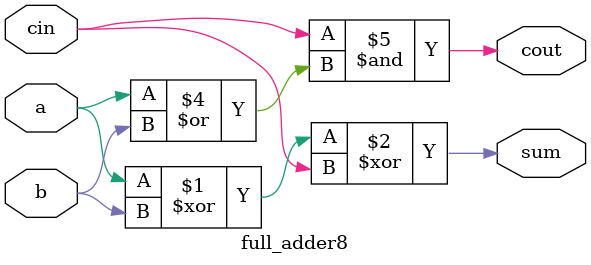
<source format=v>
module full_adder8(a,b,cin,sum,cout);
input a,b,cin;
output sum,cout;
assign sum = a^b^cin;
assign cout = 1'b0&b|cin&(a|b); 
// initial begin
//     $display("The incorrect adder with and0 having in1/0");
// end   
endmodule
</source>
